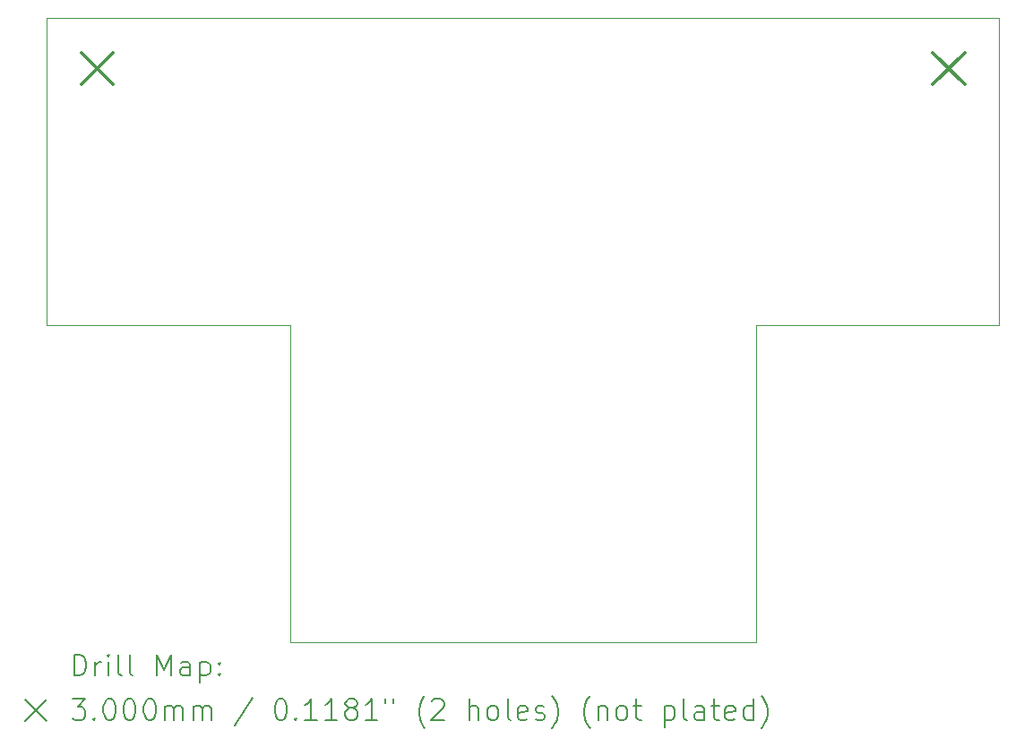
<source format=gbr>
%TF.GenerationSoftware,KiCad,Pcbnew,8.0.3*%
%TF.CreationDate,2025-05-14T17:26:30-04:00*%
%TF.ProjectId,ballsi,62616c6c-7369-42e6-9b69-6361645f7063,rev?*%
%TF.SameCoordinates,Original*%
%TF.FileFunction,Drillmap*%
%TF.FilePolarity,Positive*%
%FSLAX45Y45*%
G04 Gerber Fmt 4.5, Leading zero omitted, Abs format (unit mm)*
G04 Created by KiCad (PCBNEW 8.0.3) date 2025-05-14 17:26:30*
%MOMM*%
%LPD*%
G01*
G04 APERTURE LIST*
%ADD10C,0.050000*%
%ADD11C,0.200000*%
%ADD12C,0.300000*%
G04 APERTURE END LIST*
D10*
X17350000Y-10900000D02*
X17350000Y-7900000D01*
X24050000Y-5000000D02*
X24050000Y-7900000D01*
X15050000Y-5000000D02*
X24050000Y-5000000D01*
X24050000Y-7900000D02*
X21750000Y-7900000D01*
X17350000Y-7900000D02*
X15050000Y-7900000D01*
X21750000Y-10900000D02*
X17350000Y-10900000D01*
X15050000Y-7900000D02*
X15050000Y-5000000D01*
X21750000Y-7900000D02*
X21750000Y-10900000D01*
D11*
D12*
X15375000Y-5325000D02*
X15675000Y-5625000D01*
X15675000Y-5325000D02*
X15375000Y-5625000D01*
X23425000Y-5325000D02*
X23725000Y-5625000D01*
X23725000Y-5325000D02*
X23425000Y-5625000D01*
D11*
X15308277Y-11213984D02*
X15308277Y-11013984D01*
X15308277Y-11013984D02*
X15355896Y-11013984D01*
X15355896Y-11013984D02*
X15384467Y-11023508D01*
X15384467Y-11023508D02*
X15403515Y-11042555D01*
X15403515Y-11042555D02*
X15413039Y-11061603D01*
X15413039Y-11061603D02*
X15422562Y-11099698D01*
X15422562Y-11099698D02*
X15422562Y-11128270D01*
X15422562Y-11128270D02*
X15413039Y-11166365D01*
X15413039Y-11166365D02*
X15403515Y-11185412D01*
X15403515Y-11185412D02*
X15384467Y-11204460D01*
X15384467Y-11204460D02*
X15355896Y-11213984D01*
X15355896Y-11213984D02*
X15308277Y-11213984D01*
X15508277Y-11213984D02*
X15508277Y-11080650D01*
X15508277Y-11118746D02*
X15517801Y-11099698D01*
X15517801Y-11099698D02*
X15527324Y-11090174D01*
X15527324Y-11090174D02*
X15546372Y-11080650D01*
X15546372Y-11080650D02*
X15565420Y-11080650D01*
X15632086Y-11213984D02*
X15632086Y-11080650D01*
X15632086Y-11013984D02*
X15622562Y-11023508D01*
X15622562Y-11023508D02*
X15632086Y-11033031D01*
X15632086Y-11033031D02*
X15641610Y-11023508D01*
X15641610Y-11023508D02*
X15632086Y-11013984D01*
X15632086Y-11013984D02*
X15632086Y-11033031D01*
X15755896Y-11213984D02*
X15736848Y-11204460D01*
X15736848Y-11204460D02*
X15727324Y-11185412D01*
X15727324Y-11185412D02*
X15727324Y-11013984D01*
X15860658Y-11213984D02*
X15841610Y-11204460D01*
X15841610Y-11204460D02*
X15832086Y-11185412D01*
X15832086Y-11185412D02*
X15832086Y-11013984D01*
X16089229Y-11213984D02*
X16089229Y-11013984D01*
X16089229Y-11013984D02*
X16155896Y-11156841D01*
X16155896Y-11156841D02*
X16222562Y-11013984D01*
X16222562Y-11013984D02*
X16222562Y-11213984D01*
X16403515Y-11213984D02*
X16403515Y-11109222D01*
X16403515Y-11109222D02*
X16393991Y-11090174D01*
X16393991Y-11090174D02*
X16374943Y-11080650D01*
X16374943Y-11080650D02*
X16336848Y-11080650D01*
X16336848Y-11080650D02*
X16317801Y-11090174D01*
X16403515Y-11204460D02*
X16384467Y-11213984D01*
X16384467Y-11213984D02*
X16336848Y-11213984D01*
X16336848Y-11213984D02*
X16317801Y-11204460D01*
X16317801Y-11204460D02*
X16308277Y-11185412D01*
X16308277Y-11185412D02*
X16308277Y-11166365D01*
X16308277Y-11166365D02*
X16317801Y-11147317D01*
X16317801Y-11147317D02*
X16336848Y-11137793D01*
X16336848Y-11137793D02*
X16384467Y-11137793D01*
X16384467Y-11137793D02*
X16403515Y-11128270D01*
X16498753Y-11080650D02*
X16498753Y-11280650D01*
X16498753Y-11090174D02*
X16517801Y-11080650D01*
X16517801Y-11080650D02*
X16555896Y-11080650D01*
X16555896Y-11080650D02*
X16574943Y-11090174D01*
X16574943Y-11090174D02*
X16584467Y-11099698D01*
X16584467Y-11099698D02*
X16593991Y-11118746D01*
X16593991Y-11118746D02*
X16593991Y-11175889D01*
X16593991Y-11175889D02*
X16584467Y-11194936D01*
X16584467Y-11194936D02*
X16574943Y-11204460D01*
X16574943Y-11204460D02*
X16555896Y-11213984D01*
X16555896Y-11213984D02*
X16517801Y-11213984D01*
X16517801Y-11213984D02*
X16498753Y-11204460D01*
X16679705Y-11194936D02*
X16689229Y-11204460D01*
X16689229Y-11204460D02*
X16679705Y-11213984D01*
X16679705Y-11213984D02*
X16670182Y-11204460D01*
X16670182Y-11204460D02*
X16679705Y-11194936D01*
X16679705Y-11194936D02*
X16679705Y-11213984D01*
X16679705Y-11090174D02*
X16689229Y-11099698D01*
X16689229Y-11099698D02*
X16679705Y-11109222D01*
X16679705Y-11109222D02*
X16670182Y-11099698D01*
X16670182Y-11099698D02*
X16679705Y-11090174D01*
X16679705Y-11090174D02*
X16679705Y-11109222D01*
X14847500Y-11442500D02*
X15047500Y-11642500D01*
X15047500Y-11442500D02*
X14847500Y-11642500D01*
X15289229Y-11433984D02*
X15413039Y-11433984D01*
X15413039Y-11433984D02*
X15346372Y-11510174D01*
X15346372Y-11510174D02*
X15374943Y-11510174D01*
X15374943Y-11510174D02*
X15393991Y-11519698D01*
X15393991Y-11519698D02*
X15403515Y-11529222D01*
X15403515Y-11529222D02*
X15413039Y-11548269D01*
X15413039Y-11548269D02*
X15413039Y-11595888D01*
X15413039Y-11595888D02*
X15403515Y-11614936D01*
X15403515Y-11614936D02*
X15393991Y-11624460D01*
X15393991Y-11624460D02*
X15374943Y-11633984D01*
X15374943Y-11633984D02*
X15317801Y-11633984D01*
X15317801Y-11633984D02*
X15298753Y-11624460D01*
X15298753Y-11624460D02*
X15289229Y-11614936D01*
X15498753Y-11614936D02*
X15508277Y-11624460D01*
X15508277Y-11624460D02*
X15498753Y-11633984D01*
X15498753Y-11633984D02*
X15489229Y-11624460D01*
X15489229Y-11624460D02*
X15498753Y-11614936D01*
X15498753Y-11614936D02*
X15498753Y-11633984D01*
X15632086Y-11433984D02*
X15651134Y-11433984D01*
X15651134Y-11433984D02*
X15670182Y-11443508D01*
X15670182Y-11443508D02*
X15679705Y-11453031D01*
X15679705Y-11453031D02*
X15689229Y-11472079D01*
X15689229Y-11472079D02*
X15698753Y-11510174D01*
X15698753Y-11510174D02*
X15698753Y-11557793D01*
X15698753Y-11557793D02*
X15689229Y-11595888D01*
X15689229Y-11595888D02*
X15679705Y-11614936D01*
X15679705Y-11614936D02*
X15670182Y-11624460D01*
X15670182Y-11624460D02*
X15651134Y-11633984D01*
X15651134Y-11633984D02*
X15632086Y-11633984D01*
X15632086Y-11633984D02*
X15613039Y-11624460D01*
X15613039Y-11624460D02*
X15603515Y-11614936D01*
X15603515Y-11614936D02*
X15593991Y-11595888D01*
X15593991Y-11595888D02*
X15584467Y-11557793D01*
X15584467Y-11557793D02*
X15584467Y-11510174D01*
X15584467Y-11510174D02*
X15593991Y-11472079D01*
X15593991Y-11472079D02*
X15603515Y-11453031D01*
X15603515Y-11453031D02*
X15613039Y-11443508D01*
X15613039Y-11443508D02*
X15632086Y-11433984D01*
X15822562Y-11433984D02*
X15841610Y-11433984D01*
X15841610Y-11433984D02*
X15860658Y-11443508D01*
X15860658Y-11443508D02*
X15870182Y-11453031D01*
X15870182Y-11453031D02*
X15879705Y-11472079D01*
X15879705Y-11472079D02*
X15889229Y-11510174D01*
X15889229Y-11510174D02*
X15889229Y-11557793D01*
X15889229Y-11557793D02*
X15879705Y-11595888D01*
X15879705Y-11595888D02*
X15870182Y-11614936D01*
X15870182Y-11614936D02*
X15860658Y-11624460D01*
X15860658Y-11624460D02*
X15841610Y-11633984D01*
X15841610Y-11633984D02*
X15822562Y-11633984D01*
X15822562Y-11633984D02*
X15803515Y-11624460D01*
X15803515Y-11624460D02*
X15793991Y-11614936D01*
X15793991Y-11614936D02*
X15784467Y-11595888D01*
X15784467Y-11595888D02*
X15774943Y-11557793D01*
X15774943Y-11557793D02*
X15774943Y-11510174D01*
X15774943Y-11510174D02*
X15784467Y-11472079D01*
X15784467Y-11472079D02*
X15793991Y-11453031D01*
X15793991Y-11453031D02*
X15803515Y-11443508D01*
X15803515Y-11443508D02*
X15822562Y-11433984D01*
X16013039Y-11433984D02*
X16032086Y-11433984D01*
X16032086Y-11433984D02*
X16051134Y-11443508D01*
X16051134Y-11443508D02*
X16060658Y-11453031D01*
X16060658Y-11453031D02*
X16070182Y-11472079D01*
X16070182Y-11472079D02*
X16079705Y-11510174D01*
X16079705Y-11510174D02*
X16079705Y-11557793D01*
X16079705Y-11557793D02*
X16070182Y-11595888D01*
X16070182Y-11595888D02*
X16060658Y-11614936D01*
X16060658Y-11614936D02*
X16051134Y-11624460D01*
X16051134Y-11624460D02*
X16032086Y-11633984D01*
X16032086Y-11633984D02*
X16013039Y-11633984D01*
X16013039Y-11633984D02*
X15993991Y-11624460D01*
X15993991Y-11624460D02*
X15984467Y-11614936D01*
X15984467Y-11614936D02*
X15974943Y-11595888D01*
X15974943Y-11595888D02*
X15965420Y-11557793D01*
X15965420Y-11557793D02*
X15965420Y-11510174D01*
X15965420Y-11510174D02*
X15974943Y-11472079D01*
X15974943Y-11472079D02*
X15984467Y-11453031D01*
X15984467Y-11453031D02*
X15993991Y-11443508D01*
X15993991Y-11443508D02*
X16013039Y-11433984D01*
X16165420Y-11633984D02*
X16165420Y-11500650D01*
X16165420Y-11519698D02*
X16174943Y-11510174D01*
X16174943Y-11510174D02*
X16193991Y-11500650D01*
X16193991Y-11500650D02*
X16222563Y-11500650D01*
X16222563Y-11500650D02*
X16241610Y-11510174D01*
X16241610Y-11510174D02*
X16251134Y-11529222D01*
X16251134Y-11529222D02*
X16251134Y-11633984D01*
X16251134Y-11529222D02*
X16260658Y-11510174D01*
X16260658Y-11510174D02*
X16279705Y-11500650D01*
X16279705Y-11500650D02*
X16308277Y-11500650D01*
X16308277Y-11500650D02*
X16327324Y-11510174D01*
X16327324Y-11510174D02*
X16336848Y-11529222D01*
X16336848Y-11529222D02*
X16336848Y-11633984D01*
X16432086Y-11633984D02*
X16432086Y-11500650D01*
X16432086Y-11519698D02*
X16441610Y-11510174D01*
X16441610Y-11510174D02*
X16460658Y-11500650D01*
X16460658Y-11500650D02*
X16489229Y-11500650D01*
X16489229Y-11500650D02*
X16508277Y-11510174D01*
X16508277Y-11510174D02*
X16517801Y-11529222D01*
X16517801Y-11529222D02*
X16517801Y-11633984D01*
X16517801Y-11529222D02*
X16527324Y-11510174D01*
X16527324Y-11510174D02*
X16546372Y-11500650D01*
X16546372Y-11500650D02*
X16574943Y-11500650D01*
X16574943Y-11500650D02*
X16593991Y-11510174D01*
X16593991Y-11510174D02*
X16603515Y-11529222D01*
X16603515Y-11529222D02*
X16603515Y-11633984D01*
X16993991Y-11424460D02*
X16822563Y-11681603D01*
X17251134Y-11433984D02*
X17270182Y-11433984D01*
X17270182Y-11433984D02*
X17289229Y-11443508D01*
X17289229Y-11443508D02*
X17298753Y-11453031D01*
X17298753Y-11453031D02*
X17308277Y-11472079D01*
X17308277Y-11472079D02*
X17317801Y-11510174D01*
X17317801Y-11510174D02*
X17317801Y-11557793D01*
X17317801Y-11557793D02*
X17308277Y-11595888D01*
X17308277Y-11595888D02*
X17298753Y-11614936D01*
X17298753Y-11614936D02*
X17289229Y-11624460D01*
X17289229Y-11624460D02*
X17270182Y-11633984D01*
X17270182Y-11633984D02*
X17251134Y-11633984D01*
X17251134Y-11633984D02*
X17232087Y-11624460D01*
X17232087Y-11624460D02*
X17222563Y-11614936D01*
X17222563Y-11614936D02*
X17213039Y-11595888D01*
X17213039Y-11595888D02*
X17203515Y-11557793D01*
X17203515Y-11557793D02*
X17203515Y-11510174D01*
X17203515Y-11510174D02*
X17213039Y-11472079D01*
X17213039Y-11472079D02*
X17222563Y-11453031D01*
X17222563Y-11453031D02*
X17232087Y-11443508D01*
X17232087Y-11443508D02*
X17251134Y-11433984D01*
X17403515Y-11614936D02*
X17413039Y-11624460D01*
X17413039Y-11624460D02*
X17403515Y-11633984D01*
X17403515Y-11633984D02*
X17393991Y-11624460D01*
X17393991Y-11624460D02*
X17403515Y-11614936D01*
X17403515Y-11614936D02*
X17403515Y-11633984D01*
X17603515Y-11633984D02*
X17489229Y-11633984D01*
X17546372Y-11633984D02*
X17546372Y-11433984D01*
X17546372Y-11433984D02*
X17527325Y-11462555D01*
X17527325Y-11462555D02*
X17508277Y-11481603D01*
X17508277Y-11481603D02*
X17489229Y-11491127D01*
X17793991Y-11633984D02*
X17679706Y-11633984D01*
X17736848Y-11633984D02*
X17736848Y-11433984D01*
X17736848Y-11433984D02*
X17717801Y-11462555D01*
X17717801Y-11462555D02*
X17698753Y-11481603D01*
X17698753Y-11481603D02*
X17679706Y-11491127D01*
X17908277Y-11519698D02*
X17889229Y-11510174D01*
X17889229Y-11510174D02*
X17879706Y-11500650D01*
X17879706Y-11500650D02*
X17870182Y-11481603D01*
X17870182Y-11481603D02*
X17870182Y-11472079D01*
X17870182Y-11472079D02*
X17879706Y-11453031D01*
X17879706Y-11453031D02*
X17889229Y-11443508D01*
X17889229Y-11443508D02*
X17908277Y-11433984D01*
X17908277Y-11433984D02*
X17946372Y-11433984D01*
X17946372Y-11433984D02*
X17965420Y-11443508D01*
X17965420Y-11443508D02*
X17974944Y-11453031D01*
X17974944Y-11453031D02*
X17984468Y-11472079D01*
X17984468Y-11472079D02*
X17984468Y-11481603D01*
X17984468Y-11481603D02*
X17974944Y-11500650D01*
X17974944Y-11500650D02*
X17965420Y-11510174D01*
X17965420Y-11510174D02*
X17946372Y-11519698D01*
X17946372Y-11519698D02*
X17908277Y-11519698D01*
X17908277Y-11519698D02*
X17889229Y-11529222D01*
X17889229Y-11529222D02*
X17879706Y-11538746D01*
X17879706Y-11538746D02*
X17870182Y-11557793D01*
X17870182Y-11557793D02*
X17870182Y-11595888D01*
X17870182Y-11595888D02*
X17879706Y-11614936D01*
X17879706Y-11614936D02*
X17889229Y-11624460D01*
X17889229Y-11624460D02*
X17908277Y-11633984D01*
X17908277Y-11633984D02*
X17946372Y-11633984D01*
X17946372Y-11633984D02*
X17965420Y-11624460D01*
X17965420Y-11624460D02*
X17974944Y-11614936D01*
X17974944Y-11614936D02*
X17984468Y-11595888D01*
X17984468Y-11595888D02*
X17984468Y-11557793D01*
X17984468Y-11557793D02*
X17974944Y-11538746D01*
X17974944Y-11538746D02*
X17965420Y-11529222D01*
X17965420Y-11529222D02*
X17946372Y-11519698D01*
X18174944Y-11633984D02*
X18060658Y-11633984D01*
X18117801Y-11633984D02*
X18117801Y-11433984D01*
X18117801Y-11433984D02*
X18098753Y-11462555D01*
X18098753Y-11462555D02*
X18079706Y-11481603D01*
X18079706Y-11481603D02*
X18060658Y-11491127D01*
X18251134Y-11433984D02*
X18251134Y-11472079D01*
X18327325Y-11433984D02*
X18327325Y-11472079D01*
X18622563Y-11710174D02*
X18613039Y-11700650D01*
X18613039Y-11700650D02*
X18593991Y-11672079D01*
X18593991Y-11672079D02*
X18584468Y-11653031D01*
X18584468Y-11653031D02*
X18574944Y-11624460D01*
X18574944Y-11624460D02*
X18565420Y-11576841D01*
X18565420Y-11576841D02*
X18565420Y-11538746D01*
X18565420Y-11538746D02*
X18574944Y-11491127D01*
X18574944Y-11491127D02*
X18584468Y-11462555D01*
X18584468Y-11462555D02*
X18593991Y-11443508D01*
X18593991Y-11443508D02*
X18613039Y-11414936D01*
X18613039Y-11414936D02*
X18622563Y-11405412D01*
X18689230Y-11453031D02*
X18698753Y-11443508D01*
X18698753Y-11443508D02*
X18717801Y-11433984D01*
X18717801Y-11433984D02*
X18765420Y-11433984D01*
X18765420Y-11433984D02*
X18784468Y-11443508D01*
X18784468Y-11443508D02*
X18793991Y-11453031D01*
X18793991Y-11453031D02*
X18803515Y-11472079D01*
X18803515Y-11472079D02*
X18803515Y-11491127D01*
X18803515Y-11491127D02*
X18793991Y-11519698D01*
X18793991Y-11519698D02*
X18679706Y-11633984D01*
X18679706Y-11633984D02*
X18803515Y-11633984D01*
X19041611Y-11633984D02*
X19041611Y-11433984D01*
X19127325Y-11633984D02*
X19127325Y-11529222D01*
X19127325Y-11529222D02*
X19117801Y-11510174D01*
X19117801Y-11510174D02*
X19098753Y-11500650D01*
X19098753Y-11500650D02*
X19070182Y-11500650D01*
X19070182Y-11500650D02*
X19051134Y-11510174D01*
X19051134Y-11510174D02*
X19041611Y-11519698D01*
X19251134Y-11633984D02*
X19232087Y-11624460D01*
X19232087Y-11624460D02*
X19222563Y-11614936D01*
X19222563Y-11614936D02*
X19213039Y-11595888D01*
X19213039Y-11595888D02*
X19213039Y-11538746D01*
X19213039Y-11538746D02*
X19222563Y-11519698D01*
X19222563Y-11519698D02*
X19232087Y-11510174D01*
X19232087Y-11510174D02*
X19251134Y-11500650D01*
X19251134Y-11500650D02*
X19279706Y-11500650D01*
X19279706Y-11500650D02*
X19298753Y-11510174D01*
X19298753Y-11510174D02*
X19308277Y-11519698D01*
X19308277Y-11519698D02*
X19317801Y-11538746D01*
X19317801Y-11538746D02*
X19317801Y-11595888D01*
X19317801Y-11595888D02*
X19308277Y-11614936D01*
X19308277Y-11614936D02*
X19298753Y-11624460D01*
X19298753Y-11624460D02*
X19279706Y-11633984D01*
X19279706Y-11633984D02*
X19251134Y-11633984D01*
X19432087Y-11633984D02*
X19413039Y-11624460D01*
X19413039Y-11624460D02*
X19403515Y-11605412D01*
X19403515Y-11605412D02*
X19403515Y-11433984D01*
X19584468Y-11624460D02*
X19565420Y-11633984D01*
X19565420Y-11633984D02*
X19527325Y-11633984D01*
X19527325Y-11633984D02*
X19508277Y-11624460D01*
X19508277Y-11624460D02*
X19498753Y-11605412D01*
X19498753Y-11605412D02*
X19498753Y-11529222D01*
X19498753Y-11529222D02*
X19508277Y-11510174D01*
X19508277Y-11510174D02*
X19527325Y-11500650D01*
X19527325Y-11500650D02*
X19565420Y-11500650D01*
X19565420Y-11500650D02*
X19584468Y-11510174D01*
X19584468Y-11510174D02*
X19593992Y-11529222D01*
X19593992Y-11529222D02*
X19593992Y-11548269D01*
X19593992Y-11548269D02*
X19498753Y-11567317D01*
X19670182Y-11624460D02*
X19689230Y-11633984D01*
X19689230Y-11633984D02*
X19727325Y-11633984D01*
X19727325Y-11633984D02*
X19746373Y-11624460D01*
X19746373Y-11624460D02*
X19755896Y-11605412D01*
X19755896Y-11605412D02*
X19755896Y-11595888D01*
X19755896Y-11595888D02*
X19746373Y-11576841D01*
X19746373Y-11576841D02*
X19727325Y-11567317D01*
X19727325Y-11567317D02*
X19698753Y-11567317D01*
X19698753Y-11567317D02*
X19679706Y-11557793D01*
X19679706Y-11557793D02*
X19670182Y-11538746D01*
X19670182Y-11538746D02*
X19670182Y-11529222D01*
X19670182Y-11529222D02*
X19679706Y-11510174D01*
X19679706Y-11510174D02*
X19698753Y-11500650D01*
X19698753Y-11500650D02*
X19727325Y-11500650D01*
X19727325Y-11500650D02*
X19746373Y-11510174D01*
X19822563Y-11710174D02*
X19832087Y-11700650D01*
X19832087Y-11700650D02*
X19851134Y-11672079D01*
X19851134Y-11672079D02*
X19860658Y-11653031D01*
X19860658Y-11653031D02*
X19870182Y-11624460D01*
X19870182Y-11624460D02*
X19879706Y-11576841D01*
X19879706Y-11576841D02*
X19879706Y-11538746D01*
X19879706Y-11538746D02*
X19870182Y-11491127D01*
X19870182Y-11491127D02*
X19860658Y-11462555D01*
X19860658Y-11462555D02*
X19851134Y-11443508D01*
X19851134Y-11443508D02*
X19832087Y-11414936D01*
X19832087Y-11414936D02*
X19822563Y-11405412D01*
X20184468Y-11710174D02*
X20174944Y-11700650D01*
X20174944Y-11700650D02*
X20155896Y-11672079D01*
X20155896Y-11672079D02*
X20146373Y-11653031D01*
X20146373Y-11653031D02*
X20136849Y-11624460D01*
X20136849Y-11624460D02*
X20127325Y-11576841D01*
X20127325Y-11576841D02*
X20127325Y-11538746D01*
X20127325Y-11538746D02*
X20136849Y-11491127D01*
X20136849Y-11491127D02*
X20146373Y-11462555D01*
X20146373Y-11462555D02*
X20155896Y-11443508D01*
X20155896Y-11443508D02*
X20174944Y-11414936D01*
X20174944Y-11414936D02*
X20184468Y-11405412D01*
X20260658Y-11500650D02*
X20260658Y-11633984D01*
X20260658Y-11519698D02*
X20270182Y-11510174D01*
X20270182Y-11510174D02*
X20289230Y-11500650D01*
X20289230Y-11500650D02*
X20317801Y-11500650D01*
X20317801Y-11500650D02*
X20336849Y-11510174D01*
X20336849Y-11510174D02*
X20346373Y-11529222D01*
X20346373Y-11529222D02*
X20346373Y-11633984D01*
X20470182Y-11633984D02*
X20451134Y-11624460D01*
X20451134Y-11624460D02*
X20441611Y-11614936D01*
X20441611Y-11614936D02*
X20432087Y-11595888D01*
X20432087Y-11595888D02*
X20432087Y-11538746D01*
X20432087Y-11538746D02*
X20441611Y-11519698D01*
X20441611Y-11519698D02*
X20451134Y-11510174D01*
X20451134Y-11510174D02*
X20470182Y-11500650D01*
X20470182Y-11500650D02*
X20498754Y-11500650D01*
X20498754Y-11500650D02*
X20517801Y-11510174D01*
X20517801Y-11510174D02*
X20527325Y-11519698D01*
X20527325Y-11519698D02*
X20536849Y-11538746D01*
X20536849Y-11538746D02*
X20536849Y-11595888D01*
X20536849Y-11595888D02*
X20527325Y-11614936D01*
X20527325Y-11614936D02*
X20517801Y-11624460D01*
X20517801Y-11624460D02*
X20498754Y-11633984D01*
X20498754Y-11633984D02*
X20470182Y-11633984D01*
X20593992Y-11500650D02*
X20670182Y-11500650D01*
X20622563Y-11433984D02*
X20622563Y-11605412D01*
X20622563Y-11605412D02*
X20632087Y-11624460D01*
X20632087Y-11624460D02*
X20651134Y-11633984D01*
X20651134Y-11633984D02*
X20670182Y-11633984D01*
X20889230Y-11500650D02*
X20889230Y-11700650D01*
X20889230Y-11510174D02*
X20908277Y-11500650D01*
X20908277Y-11500650D02*
X20946373Y-11500650D01*
X20946373Y-11500650D02*
X20965420Y-11510174D01*
X20965420Y-11510174D02*
X20974944Y-11519698D01*
X20974944Y-11519698D02*
X20984468Y-11538746D01*
X20984468Y-11538746D02*
X20984468Y-11595888D01*
X20984468Y-11595888D02*
X20974944Y-11614936D01*
X20974944Y-11614936D02*
X20965420Y-11624460D01*
X20965420Y-11624460D02*
X20946373Y-11633984D01*
X20946373Y-11633984D02*
X20908277Y-11633984D01*
X20908277Y-11633984D02*
X20889230Y-11624460D01*
X21098754Y-11633984D02*
X21079706Y-11624460D01*
X21079706Y-11624460D02*
X21070182Y-11605412D01*
X21070182Y-11605412D02*
X21070182Y-11433984D01*
X21260658Y-11633984D02*
X21260658Y-11529222D01*
X21260658Y-11529222D02*
X21251135Y-11510174D01*
X21251135Y-11510174D02*
X21232087Y-11500650D01*
X21232087Y-11500650D02*
X21193992Y-11500650D01*
X21193992Y-11500650D02*
X21174944Y-11510174D01*
X21260658Y-11624460D02*
X21241611Y-11633984D01*
X21241611Y-11633984D02*
X21193992Y-11633984D01*
X21193992Y-11633984D02*
X21174944Y-11624460D01*
X21174944Y-11624460D02*
X21165420Y-11605412D01*
X21165420Y-11605412D02*
X21165420Y-11586365D01*
X21165420Y-11586365D02*
X21174944Y-11567317D01*
X21174944Y-11567317D02*
X21193992Y-11557793D01*
X21193992Y-11557793D02*
X21241611Y-11557793D01*
X21241611Y-11557793D02*
X21260658Y-11548269D01*
X21327325Y-11500650D02*
X21403515Y-11500650D01*
X21355896Y-11433984D02*
X21355896Y-11605412D01*
X21355896Y-11605412D02*
X21365420Y-11624460D01*
X21365420Y-11624460D02*
X21384468Y-11633984D01*
X21384468Y-11633984D02*
X21403515Y-11633984D01*
X21546373Y-11624460D02*
X21527325Y-11633984D01*
X21527325Y-11633984D02*
X21489230Y-11633984D01*
X21489230Y-11633984D02*
X21470182Y-11624460D01*
X21470182Y-11624460D02*
X21460658Y-11605412D01*
X21460658Y-11605412D02*
X21460658Y-11529222D01*
X21460658Y-11529222D02*
X21470182Y-11510174D01*
X21470182Y-11510174D02*
X21489230Y-11500650D01*
X21489230Y-11500650D02*
X21527325Y-11500650D01*
X21527325Y-11500650D02*
X21546373Y-11510174D01*
X21546373Y-11510174D02*
X21555896Y-11529222D01*
X21555896Y-11529222D02*
X21555896Y-11548269D01*
X21555896Y-11548269D02*
X21460658Y-11567317D01*
X21727325Y-11633984D02*
X21727325Y-11433984D01*
X21727325Y-11624460D02*
X21708277Y-11633984D01*
X21708277Y-11633984D02*
X21670182Y-11633984D01*
X21670182Y-11633984D02*
X21651135Y-11624460D01*
X21651135Y-11624460D02*
X21641611Y-11614936D01*
X21641611Y-11614936D02*
X21632087Y-11595888D01*
X21632087Y-11595888D02*
X21632087Y-11538746D01*
X21632087Y-11538746D02*
X21641611Y-11519698D01*
X21641611Y-11519698D02*
X21651135Y-11510174D01*
X21651135Y-11510174D02*
X21670182Y-11500650D01*
X21670182Y-11500650D02*
X21708277Y-11500650D01*
X21708277Y-11500650D02*
X21727325Y-11510174D01*
X21803516Y-11710174D02*
X21813039Y-11700650D01*
X21813039Y-11700650D02*
X21832087Y-11672079D01*
X21832087Y-11672079D02*
X21841611Y-11653031D01*
X21841611Y-11653031D02*
X21851135Y-11624460D01*
X21851135Y-11624460D02*
X21860658Y-11576841D01*
X21860658Y-11576841D02*
X21860658Y-11538746D01*
X21860658Y-11538746D02*
X21851135Y-11491127D01*
X21851135Y-11491127D02*
X21841611Y-11462555D01*
X21841611Y-11462555D02*
X21832087Y-11443508D01*
X21832087Y-11443508D02*
X21813039Y-11414936D01*
X21813039Y-11414936D02*
X21803516Y-11405412D01*
M02*

</source>
